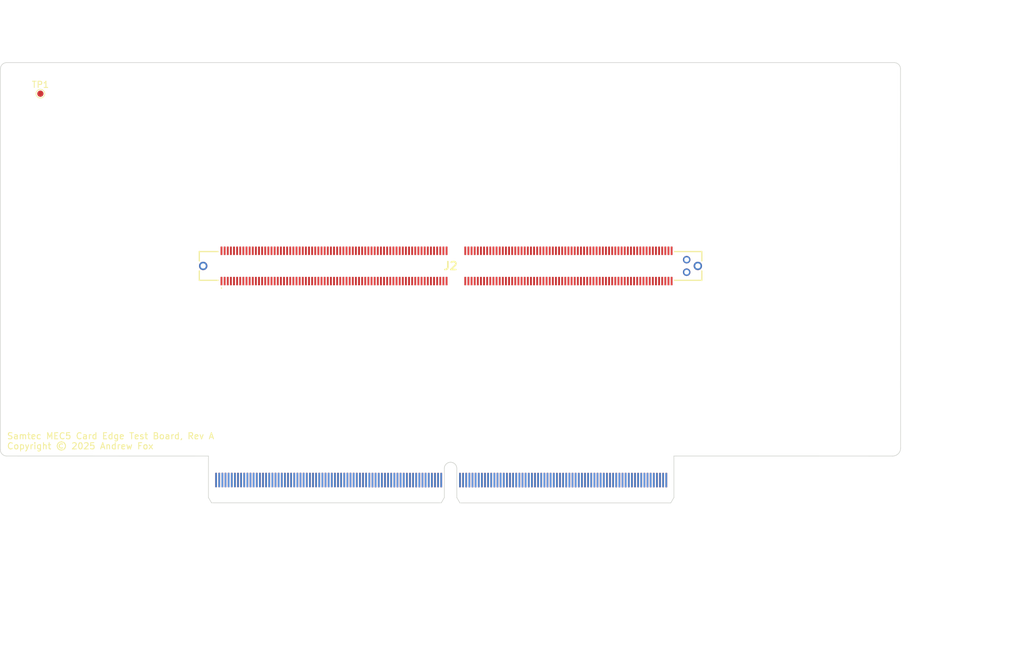
<source format=kicad_pcb>
(kicad_pcb (version 20241229) (generator "pcbnew") (generator_version "9.0")
  (title_block (title "Samtec MEC5 Card Edge Test Board") (date "2025-07-12") (rev "A"))
  (layers (0 "F.Cu" signal) (2 "B.Cu" signal) (13 "F.Paste" user) (15 "B.Paste" user) (5 "F.SilkS" user "F.Silkscreen") (7 "B.SilkS" user "B.Silkscreen") (1 "F.Mask" user) (3 "B.Mask" user) (25 "Edge.Cuts" user))
  (net 0 "")
  (net 1 "GND")
  (net 2 "/P1")
  (net 3 "/P16")
  (net 4 "/P53")
  (net 5 "/P52")
  (net 6 "/P45")
  (net 7 "/P34")
  (net 8 "/P5")
  (net 9 "/P41")
  (net 10 "/P30")
  (net 11 "/P29")
  (net 12 "/P2")
  (net 13 "/P18")
  (net 14 "/P50")
  (net 15 "/P51")
  (net 16 "/P7")
  (net 17 "/P14")
  (net 18 "/P58")
  (net 19 "/P8")
  (net 21 "/P54")
  (net 22 "/P12")
  (net 23 "/P13")
  (net 24 "/P10")
  (net 25 "/P44")
  (net 26 "/P35")
  (net 27 "/P56")
  (net 28 "/P17")
  (net 29 "/P28")
  (net 30 "/P42")
  (net 31 "/P36")
  (net 32 "/P23")
  (net 33 "/P25")
  (net 34 "/P6")
  (net 35 "/P39")
  (net 36 "/P48")
  (net 37 "/P37")
  (net 38 "/P21")
  (net 39 "/P32")
  (net 40 "/P43")
  (net 41 "/P49")
  (net 42 "/P9")
  (net 43 "/P19")
  (net 44 "/P15")
  (net 45 "/P40")
  (net 46 "/P47")
  (net 47 "/P27")
  (net 48 "/P31")
  (net 49 "/P24")
  (net 50 "/P55")
  (net 51 "/P26")
  (net 52 "/P4")
  (net 53 "/P46")
  (net 54 "/P22")
  (net 55 "/P33")
  (net 56 "/P20")
  (net 57 "/P38")
  (net 58 "/P11")
  (net 59 "/P57")
  (net 60 "/P3")
  (footprint "Turtle16:MEC514001LDVW1K" (layer "F.Cu") (at 136.805 88.575)
    (property "Reference" "J2")
    (property "Value" "MEC5-140-01-L-DV-W1-K" (hide yes))
  )
  (footprint "Turtle16:MEC5-140-01-L-DV-W1-K_Edge" (layer "F.Cu") (at 136.805 121)
    (property "Reference" "J1" (hide yes))
    (property "Value" "MEC5-140-01-L-DV-W1-K")
  )
  (footprint "TestPoint:TestPoint_Pad_D1.0mm" (layer "F.Cu") (at 71.19 61)
    (property "Reference" "TP1")
    (property "Value" "TestPoint")
  )
  (gr_line (start 64.794 117.99) (end 64.794 57.03) (stroke (width 0.1)) (layer "Edge.Cuts"))
  (gr_arc (start 65.794 118.999328) (mid 65.080297 118.703703) (end 64.784672 117.99) (stroke (width 0.1)) (layer "Edge.Cuts"))
  (gr_line (start 137.78 120.82) (end 137.8 120.9) (stroke (width 0.1)) (layer "Edge.Cuts"))
  (gr_line (start 137.18 120.07) (end 137.36 120.17) (stroke (width 0.1)) (layer "Edge.Cuts"))
  (gr_line (start 98.57 126.5) (end 135.32 126.5) (stroke (width 0.1)) (layer "Edge.Cuts"))
  (gr_line (start 137.64 120.45) (end 137.74 120.64) (stroke (width 0.1)) (layer "Edge.Cuts"))
  (gr_line (start 135.32 126.5) (end 135.8 125.66) (stroke (width 0.1)) (layer "Edge.Cuts"))
  (gr_line (start 207.526062 119.006) (end 172.53 119) (stroke (width 0.1)) (layer "Edge.Cuts"))
  (gr_line (start 137 120.02) (end 137.18 120.07) (stroke (width 0.1)) (layer "Edge.Cuts"))
  (gr_line (start 135.8 121) (end 135.81 120.86) (stroke (width 0.1)) (layer "Edge.Cuts"))
  (gr_arc (start 64.794 57.03) (mid 65.086893 56.322893) (end 65.794 56.03) (stroke (width 0.1)) (layer "Edge.Cuts"))
  (gr_line (start 172.03 126.51) (end 171.62 126.51) (stroke (width 0.1)) (layer "Edge.Cuts"))
  (gr_line (start 98.07 119.01) (end 65.794 118.999328) (stroke (width 0.1)) (layer "Edge.Cuts"))
  (gr_line (start 137.36 120.17) (end 137.52 120.3) (stroke (width 0.1)) (layer "Edge.Cuts"))
  (gr_line (start 98.07 119.01) (end 98.07 125.65) (stroke (width 0.1)) (layer "Edge.Cuts"))
  (gr_line (start 137.8 125.64) (end 137.81 125.67) (stroke (width 0.1)) (layer "Edge.Cuts"))
  (gr_line (start 135.85 120.69) (end 135.93 120.51) (stroke (width 0.1)) (layer "Edge.Cuts"))
  (gr_line (start 98.07 125.65) (end 98.57 126.5) (stroke (width 0.1)) (layer "Edge.Cuts"))
  (gr_line (start 137.74 120.64) (end 137.78 120.82) (stroke (width 0.1)) (layer "Edge.Cuts"))
  (gr_line (start 65.794 56.03) (end 207.78 56.03) (stroke (width 0.1)) (layer "Edge.Cuts"))
  (gr_line (start 136.46 120.05) (end 136.67 120.01) (stroke (width 0.1)) (layer "Edge.Cuts"))
  (gr_arc (start 208.796 117.748499) (mid 208.419657 118.638434) (end 207.526062 119.006) (stroke (width 0.1)) (layer "Edge.Cuts"))
  (gr_line (start 136.67 120.01) (end 136.82 120) (stroke (width 0.1)) (layer "Edge.Cuts"))
  (gr_line (start 138.3 126.51) (end 137.81 125.67) (stroke (width 0.1)) (layer "Edge.Cuts"))
  (gr_line (start 136.82 120) (end 137 120.02) (stroke (width 0.1)) (layer "Edge.Cuts"))
  (gr_line (start 172.53 125.65) (end 172.03 126.51) (stroke (width 0.1)) (layer "Edge.Cuts"))
  (gr_line (start 137.52 120.3) (end 137.64 120.45) (stroke (width 0.1)) (layer "Edge.Cuts"))
  (gr_line (start 135.81 120.86) (end 135.85 120.69) (stroke (width 0.1)) (layer "Edge.Cuts"))
  (gr_line (start 137.8 121) (end 137.8 125.64) (stroke (width 0.1)) (layer "Edge.Cuts"))
  (gr_line (start 136.23 120.18) (end 136.46 120.05) (stroke (width 0.1)) (layer "Edge.Cuts"))
  (gr_line (start 135.8 125.66) (end 135.8 121) (stroke (width 0.1)) (layer "Edge.Cuts"))
  (gr_line (start 171.62 126.51) (end 138.3 126.51) (stroke (width 0.1)) (layer "Edge.Cuts"))
  (gr_arc (start 207.78 56.03) (mid 208.487107 56.322893) (end 208.78 57.03) (stroke (width 0.1)) (layer "Edge.Cuts"))
  (gr_line (start 135.93 120.51) (end 136.05 120.34) (stroke (width 0.1)) (layer "Edge.Cuts"))
  (gr_line (start 136.05 120.34) (end 136.23 120.18) (stroke (width 0.1)) (layer "Edge.Cuts"))
  (gr_line (start 137.8 120.9) (end 137.8 121) (stroke (width 0.1)) (layer "Edge.Cuts"))
  (gr_line (start 172.53 119) (end 172.53 125.65) (stroke (width 0.1)) (layer "Edge.Cuts"))
  (gr_line (start 208.78 57.03) (end 208.796 117.748447) (stroke (width 0.1)) (layer "Edge.Cuts"))
  (gr_text "Samtec MEC5 Card Edge Test Board, Rev A\nCopyright © 2025 Andrew Fox" (at 65.778 118 0) (layer "F.SilkS") (effects (font (size 1 1)) (justify left bottom)))
)
</source>
